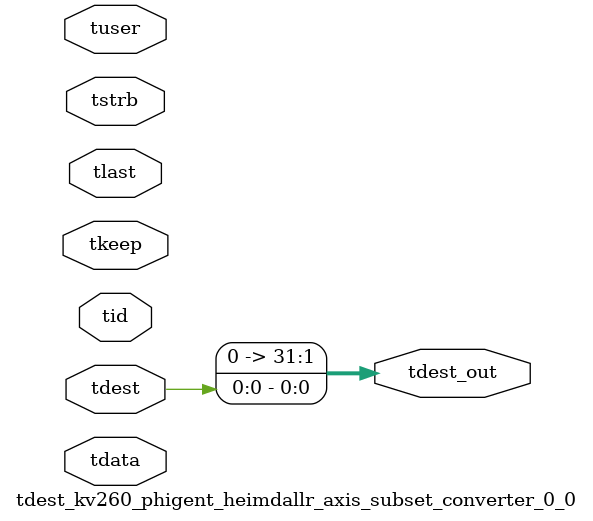
<source format=v>


`timescale 1ps/1ps

module tdest_kv260_phigent_heimdallr_axis_subset_converter_0_0 #
(
parameter C_S_AXIS_TDATA_WIDTH = 32,
parameter C_S_AXIS_TUSER_WIDTH = 0,
parameter C_S_AXIS_TID_WIDTH   = 0,
parameter C_S_AXIS_TDEST_WIDTH = 0,
parameter C_M_AXIS_TDEST_WIDTH = 32
)
(
input  [(C_S_AXIS_TDATA_WIDTH == 0 ? 1 : C_S_AXIS_TDATA_WIDTH)-1:0     ] tdata,
input  [(C_S_AXIS_TUSER_WIDTH == 0 ? 1 : C_S_AXIS_TUSER_WIDTH)-1:0     ] tuser,
input  [(C_S_AXIS_TID_WIDTH   == 0 ? 1 : C_S_AXIS_TID_WIDTH)-1:0       ] tid,
input  [(C_S_AXIS_TDEST_WIDTH == 0 ? 1 : C_S_AXIS_TDEST_WIDTH)-1:0     ] tdest,
input  [(C_S_AXIS_TDATA_WIDTH/8)-1:0 ] tkeep,
input  [(C_S_AXIS_TDATA_WIDTH/8)-1:0 ] tstrb,
input                                                                    tlast,
output [C_M_AXIS_TDEST_WIDTH-1:0] tdest_out
);

assign tdest_out = {tdest[0:0]};

endmodule


</source>
